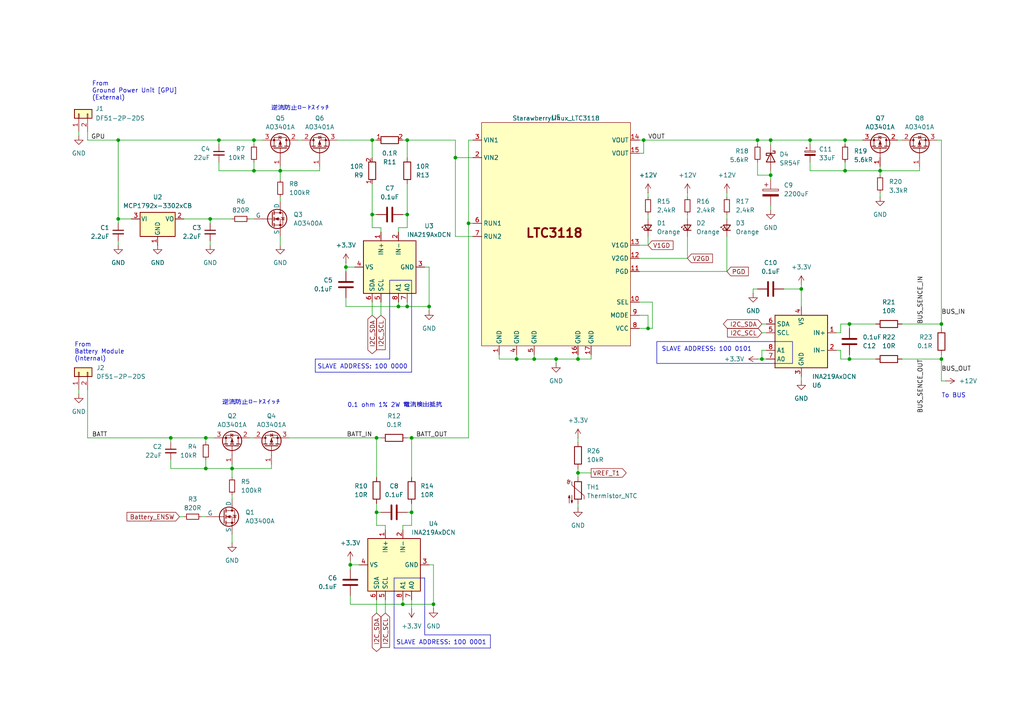
<source format=kicad_sch>
(kicad_sch (version 20250114) (generator "eeschema") (generator_version "9.0")
  (paper "A4")
  (lib_symbols
    (symbol "Connector_Generic:Conn_01x02" (pin_names (offset 1.016) (hide yes))
      (property "Reference" "J" (at 0 2.54 0))
      (property "Value" "Conn_01x02" (at 0 -5.08 0))
      (symbol "Conn_01x02_1_1"
        (pin passive line (at -5.08 0 0) (length 3.81) (name "Pin_1") (number "1"))
        (pin passive line (at -5.08 -2.54 0) (length 3.81) (name "Pin_2") (number "2"))
      )
    )
    (symbol "Device:C" (pin_numbers (hide yes)) (pin_names (offset 0.254))
      (property "Reference" "C" (at 0.635 2.54 0))
      (property "Value" "C" (at 0.635 -2.54 0))
      (symbol "C_1_1"
        (pin passive line (at 0 3.81 270) (length 2.794) (name "~") (number "1"))
        (pin passive line (at 0 -3.81 90) (length 2.794) (name "~") (number "2"))
      )
    )
    (symbol "Device:C_Polarized" (pin_numbers (hide yes)) (pin_names (offset 0.254))
      (property "Reference" "C" (at 0.635 2.54 0))
      (property "Value" "C_Polarized" (at 0.635 -2.54 0))
      (symbol "C_Polarized_1_1"
        (pin passive line (at 0 3.81 270) (length 2.794) (name "~") (number "1"))
        (pin passive line (at 0 -3.81 90) (length 2.794) (name "~") (number "2"))
      )
    )
    (symbol "Device:C_Polarized_Small" (pin_numbers (hide yes)) (pin_names (offset 0.254) (hide yes))
      (property "Reference" "C" (at 0.254 1.778 0))
      (property "Value" "C_Polarized_Small" (at 0.254 -2.032 0))
      (symbol "C_Polarized_Small_1_1"
        (pin passive line (at 0 2.54 270) (length 1.8542) (name "~") (number "1"))
        (pin passive line (at 0 -2.54 90) (length 1.8542) (name "~") (number "2"))
      )
    )
    (symbol "Device:C_Small" (pin_numbers (hide yes)) (pin_names (offset 0.254) (hide yes))
      (property "Reference" "C" (at 0.254 1.778 0))
      (property "Value" "C_Small" (at 0.254 -2.032 0))
      (symbol "C_Small_1_1"
        (pin passive line (at 0 2.54 270) (length 2.032) (name "~") (number "1"))
        (pin passive line (at 0 -2.54 90) (length 2.032) (name "~") (number "2"))
      )
    )
    (symbol "Device:D_Schottky" (pin_numbers (hide yes)) (pin_names (offset 1.016) (hide yes))
      (property "Reference" "D" (at 0 2.54 0))
      (property "Value" "D_Schottky" (at 0 -2.54 0))
      (symbol "D_Schottky_1_1"
        (pin passive line (at -3.81 0 0) (length 2.54) (name "K") (number "1"))
        (pin passive line (at 3.81 0 180) (length 2.54) (name "A") (number "2"))
      )
    )
    (symbol "Device:LED_Small" (pin_numbers (hide yes)) (pin_names (offset 0.254) (hide yes))
      (property "Reference" "D" (at -1.27 3.175 0))
      (property "Value" "LED_Small" (at -4.445 -2.54 0))
      (symbol "LED_Small_1_1"
        (pin passive line (at -2.54 0 0) (length 1.778) (name "K") (number "1"))
        (pin passive line (at 2.54 0 180) (length 1.778) (name "A") (number "2"))
      )
    )
    (symbol "Device:R" (pin_numbers (hide yes)) (pin_names (offset 0))
      (property "Reference" "R" (at 2.032 0 90))
      (property "Value" "R" (at 0 0 90))
      (symbol "R_1_1"
        (pin passive line (at 0 3.81 270) (length 1.27) (name "~") (number "1"))
        (pin passive line (at 0 -3.81 90) (length 1.27) (name "~") (number "2"))
      )
    )
    (symbol "Device:R_Small" (pin_numbers (hide yes)) (pin_names (offset 0.254) (hide yes))
      (property "Reference" "R" (at 0.762 0.508 0))
      (property "Value" "R_Small" (at 0.762 -1.016 0))
      (symbol "R_Small_1_1"
        (pin passive line (at 0 2.54 270) (length 0.762) (name "~") (number "1"))
        (pin passive line (at 0 -2.54 90) (length 0.762) (name "~") (number "2"))
      )
    )
    (symbol "Device:Thermistor_NTC" (pin_numbers (hide yes)) (pin_names (offset 0))
      (property "Reference" "TH" (at -4.445 0 90))
      (property "Value" "Thermistor_NTC" (at 3.175 0 90))
      (symbol "Thermistor_NTC_1_1"
        (pin passive line (at 0 3.81 270) (length 1.27) (name "~") (number "1"))
        (pin passive line (at 0 -3.81 90) (length 1.27) (name "~") (number "2"))
      )
    )
    (symbol "R_1" (pin_names (offset 0))
      (property "Reference" "R" (at 2.032 0 90))
      (property "Value" "R" (at 0 0 90))
      (symbol "R_1_1_1"
        (pin passive line (at 0 3.81 270) (length 1.27) (name "~") (number "1"))
        (pin passive line (at 0 -3.81 90) (length 1.27) (name "~") (number "2"))
      )
    )
    (symbol "R_2" (pin_names (offset 0))
      (property "Reference" "R" (at 2.032 0 90))
      (property "Value" "R" (at 0 0 90))
      (symbol "R_2_1_1"
        (pin passive line (at 0 3.81 270) (length 1.27) (name "~") (number "1"))
        (pin passive line (at 0 -3.81 90) (length 1.27) (name "~") (number "2"))
      )
    )
    (symbol "Regulator_Linear:MCP1792x-3302xCB" (pin_names (offset 0.254))
      (property "Reference" "U" (at -3.81 3.175 0))
      (property "Value" "MCP1792x-3302xCB" (at 0 3.175 0))
      (symbol "MCP1792x-3302xCB_1_1"
        (pin power_in line (at -7.62 0 0) (length 2.54) (name "VI") (number "3"))
        (pin power_in line (at 0 -7.62 90) (length 2.54) (name "GND") (number "1"))
        (pin power_out line (at 7.62 0 180) (length 2.54) (name "VO") (number "2"))
      )
    )
    (symbol "Sensor_Energy:INA219AxDCN"
      (property "Reference" "U" (at -6.35 8.89 0))
      (property "Value" "INA219AxDCN" (at 6.35 8.89 0))
      (symbol "INA219AxDCN_1_1"
        (pin input line (at -10.16 2.54 0) (length 2.54) (name "IN+") (number "1"))
        (pin input line (at -10.16 -2.54 0) (length 2.54) (name "IN-") (number "2"))
        (pin power_in line (at 0 10.16 270) (length 2.54) (name "VS") (number "4"))
        (pin power_in line (at 0 -10.16 90) (length 2.54) (name "GND") (number "3"))
        (pin bidirectional line (at 10.16 5.08 180) (length 2.54) (name "SDA") (number "6"))
        (pin input line (at 10.16 2.54 180) (length 2.54) (name "SCL") (number "5"))
        (pin input line (at 10.16 -2.54 180) (length 2.54) (name "A1") (number "8"))
        (pin input line (at 10.16 -5.08 180) (length 2.54) (name "A0") (number "7"))
      )
    )
    (symbol "Simulation_SPICE:NMOS" (pin_numbers (hide yes)) (pin_names (offset 0))
      (property "Reference" "Q" (at 5.08 1.27 0))
      (property "Value" "NMOS" (at 5.08 -1.27 0))
      (symbol "NMOS_1_1"
        (pin input line (at -5.08 0 0) (length 2.54) (name "G") (number "2"))
        (pin passive line (at 2.54 5.08 270) (length 2.54) (name "D") (number "1"))
        (pin passive line (at 2.54 -5.08 90) (length 2.54) (name "S") (number "3"))
      )
    )
    (symbol "TSRP_IC:StrawberryLinux_LTC3118"
      (property "Reference" "U" (at -20.574 26.162 0))
      (symbol "StrawberryLinux_LTC3118_1_1"
        (text "LTC3118" (at -0.508 -7.874 0) (effects (font (size 2.54 2.54) (thickness 0.508) (bold yes))))
        (pin input line (at -24.13 19.05 0) (length 2.54) (name "VIN1") (number "3"))
        (pin input line (at -24.13 13.97 0) (length 2.54) (name "VIN2") (number "2"))
        (pin input line (at -24.13 -5.08 0) (length 2.54) (name "RUN1") (number "6"))
        (pin input line (at -24.13 -8.89 0) (length 2.54) (name "RUN2") (number "7"))
        (pin input line (at -16.51 -43.18 90) (length 2.54) (name "GND") (number "1"))
        (pin input line (at -11.43 -43.18 90) (length 2.54) (name "GND") (number "4"))
        (pin input line (at -6.35 -43.18 90) (length 2.54) (name "GND") (number "5"))
        (pin output line (at 6.35 -43.18 90) (length 2.54) (name "GND") (number "16"))
        (pin output line (at 10.16 -43.18 90) (length 2.54) (name "GND") (number "17"))
        (pin output line (at 24.13 19.05 180) (length 2.54) (name "VOUT") (number "14"))
        (pin output line (at 24.13 15.24 180) (length 2.54) (name "VOUT") (number "15"))
        (pin output line (at 24.13 -11.43 180) (length 2.54) (name "V1GD") (number "13"))
        (pin output line (at 24.13 -15.24 180) (length 2.54) (name "V2GD") (number "12"))
        (pin output line (at 24.13 -19.05 180) (length 2.54) (name "PGD") (number "11"))
        (pin output line (at 24.13 -27.94 180) (length 2.54) (name "SEL") (number "10"))
        (pin output line (at 24.13 -31.75 180) (length 2.54) (name "MODE") (number "9"))
        (pin output line (at 24.13 -35.56 180) (length 2.54) (name "VCC") (number "8"))
      )
    )
    (symbol "Transistor_FET:QM6015D" (pin_names (hide yes))
      (property "Reference" "Q" (at 5.08 1.905 0))
      (property "Value" "QM6015D" (at 5.08 0 0))
      (symbol "QM6015D_1_1"
        (pin passive line (at -5.08 0 0) (length 2.54) (name "G") (number "1"))
        (pin passive line (at 2.54 5.08 270) (length 2.54) (name "D") (number "2"))
        (pin passive line (at 2.54 -5.08 90) (length 2.54) (name "S") (number "3"))
      )
    )
    (symbol "power:+12V" (power) (pin_numbers (hide yes)) (pin_names (offset 0) (hide yes))
      (property "Value" "+12V" (at 0 3.556 0))
      (symbol "+12V_1_1"
        (pin power_in line (at 0 0 90) (length 0) (name "~") (number "1"))
      )
    )
    (symbol "power:+3.3V" (power) (pin_numbers (hide yes)) (pin_names (offset 0) (hide yes))
      (property "Value" "+3.3V" (at 0 3.556 0))
      (symbol "+3.3V_1_1"
        (pin power_in line (at 0 0 90) (length 0) (name "~") (number "1"))
      )
    )
    (symbol "power:GND" (power) (pin_numbers (hide yes)) (pin_names (offset 0) (hide yes))
      (property "Value" "GND" (at 0 -3.81 0))
      (symbol "GND_1_1"
        (pin power_in line (at 0 0 270) (length 0) (name "~") (number "1"))
      )
    )
  )
  (rectangle (start 190.5 99.06) (end 229.87 105.41))
  (text "逆流防止ロードスイッチ" (at 87.122 31.496 0) (effects (font (size 1.27 1.27))))
  (text "SLAVE ADDRESS: 100 0000" (at 105.156 106.426 0) (effects (font (size 1.27 1.27))))
  (text "From\nGround Power Unit [GPU]\n(External)" (at 26.67 26.416 0) (effects (font (size 1.27 1.27)) (justify left)))
  (text "SLAVE ADDRESS: 100 0101" (at 204.978 101.346 0) (effects (font (size 1.27 1.27))))
  (text "SLAVE ADDRESS: 100 0001" (at 128.016 186.436 0) (effects (font (size 1.27 1.27))))
  (text "逆流防止ロードスイッチ" (at 72.898 116.84 0) (effects (font (size 1.27 1.27))))
  (text "To BUS" (at 276.606 114.808 0) (effects (font (size 1.27 1.27))))
  (text "From\nBattery Module\n(Internal)" (at 21.59 102.108 0) (effects (font (size 1.27 1.27)) (justify left)))
  (text "0.1 ohm 1% 2W 電流検出抵抗" (at 114.554 117.602 0) (effects (font (size 1.27 1.27))))
  (junction (at 246.38 104.14))
  (junction (at 118.11 62.23))
  (junction (at 109.22 148.59))
  (junction (at 187.96 95.25))
  (junction (at 273.05 93.98))
  (junction (at 63.5 40.64))
  (junction (at 59.69 135.89))
  (junction (at 59.69 127))
  (junction (at 119.38 148.59))
  (junction (at 124.46 88.9))
  (junction (at 118.11 40.64))
  (junction (at 67.31 135.89))
  (junction (at 167.64 137.16))
  (junction (at 115.57 88.9))
  (junction (at 34.29 40.64))
  (junction (at 232.41 83.82))
  (junction (at 219.71 40.64))
  (junction (at 220.98 104.14))
  (junction (at 246.38 93.98))
  (junction (at 167.64 104.14))
  (junction (at 101.6 163.83))
  (junction (at 223.52 50.8))
  (junction (at 116.84 175.26))
  (junction (at 125.73 175.26))
  (junction (at 107.95 62.23))
  (junction (at 100.33 77.47))
  (junction (at 73.66 49.53))
  (junction (at 234.95 40.64))
  (junction (at 135.89 64.77))
  (junction (at 154.94 104.14))
  (junction (at 132.08 45.72))
  (junction (at 109.22 127))
  (junction (at 223.52 40.64))
  (junction (at 107.95 40.64))
  (junction (at 186.69 40.64))
  (junction (at 161.29 104.14))
  (junction (at 34.29 63.5))
  (junction (at 81.28 49.53))
  (junction (at 273.05 104.14))
  (junction (at 49.53 127))
  (junction (at 60.96 63.5))
  (junction (at 149.86 104.14))
  (junction (at 119.38 127))
  (junction (at 245.11 40.64))
  (junction (at 118.11 88.9))
  (junction (at 245.11 49.53))
  (junction (at 255.27 49.53))
  (junction (at 73.66 40.64))
  (wire (pts (xy 273.05 110.49) (xy 274.32 110.49)))
  (wire (pts (xy 219.71 40.64) (xy 223.52 40.64)))
  (wire (pts (xy 119.38 127) (xy 119.38 138.43)))
  (wire (pts (xy 63.5 46.99) (xy 63.5 49.53)))
  (wire (pts (xy 118.11 40.64) (xy 118.11 45.72)))
  (wire (pts (xy 266.7 49.53) (xy 255.27 49.53)))
  (wire (pts (xy 124.46 88.9) (xy 124.46 90.17)))
  (wire (pts (xy 187.96 95.25) (xy 189.23 95.25)))
  (wire (pts (xy 220.98 101.6) (xy 222.25 101.6)))
  (wire (pts (xy 81.28 57.15) (xy 81.28 58.42)))
  (wire (pts (xy 73.66 40.64) (xy 76.2 40.64)))
  (wire (pts (xy 255.27 49.53) (xy 245.11 49.53)))
  (wire (pts (xy 78.74 135.89) (xy 67.31 135.89)))
  (wire (pts (xy 118.11 53.34) (xy 118.11 62.23)))
  (wire (pts (xy 124.46 77.47) (xy 124.46 88.9)))
  (wire (pts (xy 227.33 83.82) (xy 232.41 83.82)))
  (wire (pts (xy 185.42 44.45) (xy 186.69 44.45)))
  (wire (pts (xy 60.96 64.77) (xy 60.96 63.5)))
  (wire (pts (xy 100.33 86.36) (xy 100.33 88.9)))
  (wire (pts (xy 273.05 104.14) (xy 273.05 110.49)))
  (wire (pts (xy 109.22 127) (xy 109.22 138.43)))
  (wire (pts (xy 49.53 135.89) (xy 59.69 135.89)))
  (wire (pts (xy 107.95 40.64) (xy 107.95 45.72)))
  (wire (pts (xy 199.39 55.88) (xy 199.39 57.15)))
  (wire (pts (xy 100.33 77.47) (xy 100.33 78.74)))
  (wire (pts (xy 110.49 67.31) (xy 110.49 66.04)))
  (wire (pts (xy 219.71 41.91) (xy 219.71 40.64)))
  (wire (pts (xy 242.57 96.52) (xy 243.84 96.52)))
  (wire (pts (xy 62.23 127) (xy 59.69 127)))
  (wire (pts (xy 81.28 48.26) (xy 81.28 49.53)))
  (wire (pts (xy 149.86 104.14) (xy 154.94 104.14)))
  (wire (pts (xy 218.44 85.09) (xy 218.44 83.82)))
  (wire (pts (xy 222.25 104.14) (xy 220.98 104.14)))
  (wire (pts (xy 132.08 40.64) (xy 132.08 45.72)))
  (wire (pts (xy 210.82 68.58) (xy 210.82 78.74)))
  (wire (pts (xy 273.05 93.98) (xy 273.05 95.25)))
  (wire (pts (xy 53.34 63.5) (xy 60.96 63.5)))
  (wire (pts (xy 101.6 172.72) (xy 101.6 175.26)))
  (wire (pts (xy 132.08 45.72) (xy 132.08 68.58)))
  (wire (pts (xy 34.29 40.64) (xy 34.29 63.5)))
  (wire (pts (xy 58.42 149.86) (xy 59.69 149.86)))
  (wire (pts (xy 185.42 40.64) (xy 186.69 40.64)))
  (wire (pts (xy 118.11 88.9) (xy 124.46 88.9)))
  (wire (pts (xy 119.38 127) (xy 135.89 127)))
  (wire (pts (xy 63.5 41.91) (xy 63.5 40.64)))
  (wire (pts (xy 187.96 91.44) (xy 187.96 95.25)))
  (wire (pts (xy 59.69 135.89) (xy 59.69 133.35)))
  (wire (pts (xy 154.94 102.87) (xy 154.94 104.14)))
  (wire (pts (xy 67.31 135.89) (xy 59.69 135.89)))
  (wire (pts (xy 210.82 55.88) (xy 210.82 57.15)))
  (wire (pts (xy 199.39 62.23) (xy 199.39 63.5)))
  (wire (pts (xy 116.84 175.26) (xy 125.73 175.26)))
  (wire (pts (xy 243.84 101.6) (xy 242.57 101.6)))
  (wire (pts (xy 118.11 62.23) (xy 118.11 66.04)))
  (wire (pts (xy 273.05 102.87) (xy 273.05 104.14)))
  (wire (pts (xy 220.98 104.14) (xy 220.98 101.6)))
  (wire (pts (xy 186.69 44.45) (xy 186.69 40.64)))
  (wire (pts (xy 116.84 153.67) (xy 116.84 152.4)))
  (wire (pts (xy 25.4 40.64) (xy 34.29 40.64)))
  (wire (pts (xy 246.38 102.87) (xy 246.38 104.14)))
  (wire (pts (xy 67.31 143.51) (xy 67.31 144.78)))
  (wire (pts (xy 154.94 104.14) (xy 161.29 104.14)))
  (wire (pts (xy 107.95 40.64) (xy 109.22 40.64)))
  (wire (pts (xy 72.39 63.5) (xy 73.66 63.5)))
  (wire (pts (xy 34.29 63.5) (xy 38.1 63.5)))
  (wire (pts (xy 116.84 173.99) (xy 116.84 175.26)))
  (wire (pts (xy 187.96 68.58) (xy 187.96 71.12)))
  (wire (pts (xy 107.95 62.23) (xy 107.95 66.04)))
  (wire (pts (xy 115.57 66.04) (xy 118.11 66.04)))
  (polyline (pts (xy 91.44 104.14) (xy 113.03 104.14)))
  (polyline (pts (xy 113.03 81.28) (xy 119.38 81.28)))
  (wire (pts (xy 25.4 127) (xy 49.53 127)))
  (wire (pts (xy 167.64 137.16) (xy 171.45 137.16)))
  (wire (pts (xy 223.52 59.69) (xy 223.52 60.96)))
  (polyline (pts (xy 119.38 107.95) (xy 91.44 107.95)))
  (wire (pts (xy 255.27 49.53) (xy 255.27 50.8)))
  (wire (pts (xy 219.71 50.8) (xy 223.52 50.8)))
  (wire (pts (xy 255.27 48.26) (xy 255.27 49.53)))
  (wire (pts (xy 223.52 40.64) (xy 234.95 40.64)))
  (wire (pts (xy 255.27 55.88) (xy 255.27 57.15)))
  (wire (pts (xy 34.29 64.77) (xy 34.29 63.5)))
  (wire (pts (xy 119.38 173.99) (xy 119.38 176.53)))
  (wire (pts (xy 118.11 87.63) (xy 118.11 88.9)))
  (wire (pts (xy 101.6 163.83) (xy 101.6 165.1)))
  (wire (pts (xy 125.73 175.26) (xy 125.73 176.53)))
  (wire (pts (xy 52.07 149.86) (xy 53.34 149.86)))
  (wire (pts (xy 245.11 41.91) (xy 245.11 40.64)))
  (wire (pts (xy 118.11 127) (xy 119.38 127)))
  (wire (pts (xy 73.66 49.53) (xy 81.28 49.53)))
  (wire (pts (xy 63.5 40.64) (xy 73.66 40.64)))
  (wire (pts (xy 167.64 104.14) (xy 171.45 104.14)))
  (wire (pts (xy 234.95 41.91) (xy 234.95 40.64)))
  (wire (pts (xy 60.96 71.12) (xy 60.96 69.85)))
  (polyline (pts (xy 142.24 184.15) (xy 142.24 187.96)))
  (wire (pts (xy 149.86 102.87) (xy 149.86 104.14)))
  (wire (pts (xy 161.29 105.41) (xy 161.29 104.14)))
  (wire (pts (xy 260.35 40.64) (xy 261.62 40.64)))
  (wire (pts (xy 223.52 50.8) (xy 223.52 49.53)))
  (wire (pts (xy 187.96 62.23) (xy 187.96 63.5)))
  (wire (pts (xy 185.42 71.12) (xy 187.96 71.12)))
  (wire (pts (xy 109.22 148.59) (xy 109.22 152.4)))
  (wire (pts (xy 100.33 76.2) (xy 100.33 77.47)))
  (wire (pts (xy 219.71 46.99) (xy 219.71 50.8)))
  (wire (pts (xy 60.96 63.5) (xy 67.31 63.5)))
  (wire (pts (xy 73.66 46.99) (xy 73.66 49.53)))
  (wire (pts (xy 234.95 40.64) (xy 245.11 40.64)))
  (wire (pts (xy 261.62 104.14) (xy 273.05 104.14)))
  (wire (pts (xy 111.76 152.4) (xy 109.22 152.4)))
  (wire (pts (xy 25.4 127) (xy 25.4 113.03)))
  (wire (pts (xy 234.95 49.53) (xy 234.95 46.99)))
  (wire (pts (xy 59.69 127) (xy 59.69 128.27)))
  (wire (pts (xy 220.98 96.52) (xy 222.25 96.52)))
  (wire (pts (xy 109.22 148.59) (xy 110.49 148.59)))
  (wire (pts (xy 67.31 154.94) (xy 67.31 157.48)))
  (wire (pts (xy 49.53 133.35) (xy 49.53 135.89)))
  (wire (pts (xy 111.76 173.99) (xy 111.76 177.8)))
  (wire (pts (xy 100.33 88.9) (xy 115.57 88.9)))
  (wire (pts (xy 110.49 66.04) (xy 107.95 66.04)))
  (wire (pts (xy 223.52 41.91) (xy 223.52 40.64)))
  (wire (pts (xy 101.6 163.83) (xy 104.14 163.83)))
  (wire (pts (xy 246.38 104.14) (xy 243.84 104.14)))
  (wire (pts (xy 243.84 104.14) (xy 243.84 101.6)))
  (wire (pts (xy 72.39 127) (xy 73.66 127)))
  (wire (pts (xy 124.46 163.83) (xy 125.73 163.83)))
  (wire (pts (xy 118.11 62.23) (xy 116.84 62.23)))
  (wire (pts (xy 135.89 64.77) (xy 135.89 127)))
  (wire (pts (xy 187.96 55.88) (xy 187.96 57.15)))
  (wire (pts (xy 116.84 40.64) (xy 118.11 40.64)))
  (wire (pts (xy 115.57 87.63) (xy 115.57 88.9)))
  (wire (pts (xy 81.28 49.53) (xy 92.71 49.53)))
  (wire (pts (xy 185.42 91.44) (xy 187.96 91.44)))
  (wire (pts (xy 78.74 134.62) (xy 78.74 135.89)))
  (wire (pts (xy 185.42 74.93) (xy 199.39 74.93)))
  (polyline (pts (xy 142.24 187.96) (xy 114.3 187.96)))
  (wire (pts (xy 115.57 67.31) (xy 115.57 66.04)))
  (wire (pts (xy 116.84 152.4) (xy 119.38 152.4)))
  (wire (pts (xy 92.71 48.26) (xy 92.71 49.53)))
  (wire (pts (xy 81.28 68.58) (xy 81.28 71.12)))
  (wire (pts (xy 167.64 127) (xy 167.64 128.27)))
  (wire (pts (xy 243.84 96.52) (xy 243.84 93.98)))
  (wire (pts (xy 137.16 68.58) (xy 132.08 68.58)))
  (wire (pts (xy 186.69 40.64) (xy 219.71 40.64)))
  (wire (pts (xy 245.11 49.53) (xy 234.95 49.53)))
  (wire (pts (xy 223.52 50.8) (xy 223.52 52.07)))
  (wire (pts (xy 110.49 87.63) (xy 110.49 91.44)))
  (wire (pts (xy 119.38 146.05) (xy 119.38 148.59)))
  (wire (pts (xy 97.79 40.64) (xy 107.95 40.64)))
  (wire (pts (xy 218.44 83.82) (xy 219.71 83.82)))
  (wire (pts (xy 101.6 175.26) (xy 116.84 175.26)))
  (wire (pts (xy 101.6 162.56) (xy 101.6 163.83)))
  (wire (pts (xy 100.33 77.47) (xy 102.87 77.47)))
  (wire (pts (xy 161.29 104.14) (xy 167.64 104.14)))
  (wire (pts (xy 67.31 134.62) (xy 67.31 135.89)))
  (wire (pts (xy 144.78 104.14) (xy 149.86 104.14)))
  (wire (pts (xy 144.78 102.87) (xy 144.78 104.14)))
  (wire (pts (xy 167.64 137.16) (xy 167.64 138.43)))
  (wire (pts (xy 167.64 146.05) (xy 167.64 147.32)))
  (wire (pts (xy 63.5 49.53) (xy 73.66 49.53)))
  (wire (pts (xy 73.66 41.91) (xy 73.66 40.64)))
  (wire (pts (xy 243.84 93.98) (xy 246.38 93.98)))
  (wire (pts (xy 135.89 64.77) (xy 137.16 64.77)))
  (wire (pts (xy 83.82 127) (xy 109.22 127)))
  (wire (pts (xy 167.64 135.89) (xy 167.64 137.16)))
  (wire (pts (xy 115.57 88.9) (xy 118.11 88.9)))
  (wire (pts (xy 49.53 128.27) (xy 49.53 127)))
  (wire (pts (xy 266.7 48.26) (xy 266.7 49.53)))
  (wire (pts (xy 171.45 104.14) (xy 171.45 102.87)))
  (wire (pts (xy 107.95 62.23) (xy 109.22 62.23)))
  (wire (pts (xy 132.08 45.72) (xy 137.16 45.72)))
  (polyline (pts (xy 123.19 184.15) (xy 142.24 184.15)))
  (wire (pts (xy 123.19 77.47) (xy 124.46 77.47)))
  (wire (pts (xy 189.23 95.25) (xy 189.23 87.63)))
  (polyline (pts (xy 113.03 81.28) (xy 113.03 104.14)))
  (wire (pts (xy 109.22 173.99) (xy 109.22 177.8)))
  (polyline (pts (xy 91.44 107.95) (xy 91.44 104.14)))
  (wire (pts (xy 199.39 74.93) (xy 199.39 68.58)))
  (wire (pts (xy 246.38 93.98) (xy 254 93.98)))
  (wire (pts (xy 135.89 40.64) (xy 135.89 64.77)))
  (polyline (pts (xy 119.38 81.28) (xy 119.38 107.95)))
  (wire (pts (xy 210.82 62.23) (xy 210.82 63.5)))
  (wire (pts (xy 220.98 93.98) (xy 222.25 93.98)))
  (wire (pts (xy 232.41 83.82) (xy 232.41 82.55)))
  (wire (pts (xy 107.95 87.63) (xy 107.95 91.44)))
  (wire (pts (xy 167.64 102.87) (xy 167.64 104.14)))
  (wire (pts (xy 34.29 40.64) (xy 63.5 40.64)))
  (wire (pts (xy 107.95 53.34) (xy 107.95 62.23)))
  (wire (pts (xy 22.86 38.1) (xy 22.86 39.37)))
  (wire (pts (xy 189.23 87.63) (xy 185.42 87.63)))
  (wire (pts (xy 119.38 148.59) (xy 118.11 148.59)))
  (wire (pts (xy 86.36 40.64) (xy 87.63 40.64)))
  (wire (pts (xy 210.82 78.74) (xy 185.42 78.74)))
  (wire (pts (xy 271.78 40.64) (xy 273.05 40.64)))
  (wire (pts (xy 273.05 40.64) (xy 273.05 93.98)))
  (wire (pts (xy 254 104.14) (xy 246.38 104.14)))
  (wire (pts (xy 135.89 40.64) (xy 137.16 40.64)))
  (wire (pts (xy 185.42 95.25) (xy 187.96 95.25)))
  (wire (pts (xy 119.38 148.59) (xy 119.38 152.4)))
  (wire (pts (xy 125.73 163.83) (xy 125.73 175.26)))
  (wire (pts (xy 49.53 127) (xy 59.69 127)))
  (wire (pts (xy 219.71 104.14) (xy 220.98 104.14)))
  (polyline (pts (xy 114.3 167.64) (xy 123.19 167.64)))
  (wire (pts (xy 245.11 46.99) (xy 245.11 49.53)))
  (wire (pts (xy 25.4 38.1) (xy 25.4 40.64)))
  (wire (pts (xy 245.11 40.64) (xy 250.19 40.64)))
  (wire (pts (xy 67.31 135.89) (xy 67.31 138.43)))
  (wire (pts (xy 118.11 40.64) (xy 132.08 40.64)))
  (wire (pts (xy 109.22 127) (xy 110.49 127)))
  (wire (pts (xy 232.41 109.22) (xy 232.41 110.49)))
  (wire (pts (xy 34.29 71.12) (xy 34.29 69.85)))
  (wire (pts (xy 22.86 113.03) (xy 22.86 114.3)))
  (wire (pts (xy 232.41 83.82) (xy 232.41 88.9)))
  (polyline (pts (xy 123.19 167.64) (xy 123.19 184.15)))
  (wire (pts (xy 246.38 93.98) (xy 246.38 95.25)))
  (wire (pts (xy 81.28 49.53) (xy 81.28 52.07)))
  (polyline (pts (xy 114.3 167.64) (xy 114.3 187.96)))
  (wire (pts (xy 111.76 153.67) (xy 111.76 152.4)))
  (wire (pts (xy 109.22 146.05) (xy 109.22 148.59)))
  (wire (pts (xy 261.62 93.98) (xy 273.05 93.98)))
  (label "BATT" (at 26.67 127 0))
  (label "BUS_OUT" (at 273.05 107.95 0))
  (label "BUS_SENCE_IN" (at 267.97 93.98 90))
  (label "BUS_IN" (at 273.05 91.44 0))
  (label "BATT_OUT" (at 120.65 127 0))
  (label "BATT_IN" (at 107.95 127 180))
  (label "BUS_SENCE_OUT" (at 267.97 104.14 270))
  (label "VOUT" (at 187.96 40.64 0))
  (label "GPU" (at 30.48 40.64 180))
  (global_label "I2C_SDA" (shape bidirectional) (at 109.22 177.8 270) (property "Intersheetrefs" "${INTERSHEET_REFS}" (effects (hide yes))))
  (global_label "I2C_SDA" (shape bidirectional) (at 107.95 91.44 270) (property "Intersheetrefs" "${INTERSHEET_REFS}" (effects (hide yes))))
  (global_label "Battery_ENSW" (shape input) (at 52.07 149.86 180) (property "Intersheetrefs" "${INTERSHEET_REFS}" (effects (hide yes))))
  (global_label "I2C_SCL" (shape input) (at 110.49 91.44 270) (property "Intersheetrefs" "${INTERSHEET_REFS}" (effects (hide yes))))
  (global_label "I2C_SCL" (shape input) (at 111.76 177.8 270) (property "Intersheetrefs" "${INTERSHEET_REFS}" (effects (hide yes))))
  (global_label "I2C_SDA" (shape bidirectional) (at 220.98 93.98 180) (property "Intersheetrefs" "${INTERSHEET_REFS}" (effects (hide yes))))
  (global_label "V1GD" (shape input) (at 187.96 71.12 0) (property "Intersheetrefs" "${INTERSHEET_REFS}" (effects (hide yes))))
  (global_label "VREF_T1" (shape output) (at 171.45 137.16 0) (property "Intersheetrefs" "${INTERSHEET_REFS}" (effects (hide yes))))
  (global_label "I2C_SCL" (shape input) (at 220.98 96.52 180) (property "Intersheetrefs" "${INTERSHEET_REFS}" (effects (hide yes))))
  (global_label "V2GD" (shape input) (at 199.39 74.93 0) (property "Intersheetrefs" "${INTERSHEET_REFS}" (effects (hide yes))))
  (global_label "PGD" (shape input) (at 210.82 78.74 0) (property "Intersheetrefs" "${INTERSHEET_REFS}" (effects (hide yes))))
  (symbol (lib_id "Transistor_FET:QM6015D") (at 67.31 129.54 270) (mirror x) (unit 1)
    (property "Reference" "Q2" (at 67.31 120.65 90))
    (property "Value" "AO3401A" (at 67.31 123.19 90))
    (property "Footprint" "Package_TO_SOT_SMD:SOT-23_Handsoldering" (effects (hide yes)))
    (property "Datasheet" "https://akizukidenshi.com/catalog/g/gI-14654/" (effects (hide yes)))
  )
  (symbol (lib_id "Device:C_Small") (at 63.5 44.45 0) (mirror y) (unit 1)
    (property "Reference" "C4" (at 60.96 43.1862 0) (effects (justify left)))
    (property "Value" "22uF" (at 60.96 45.7262 0) (effects (justify left)))
    (property "Footprint" "Capacitor_SMD:C_0805_2012Metric_Pad1.18x1.45mm_HandSolder" (effects (hide yes)))
    (property "Description" "Unpolarized capacitor, small symbol" (effects (hide yes)))
  )
  (symbol (lib_id "Device:R") (at 257.81 104.14 270) (mirror x) (unit 1)
    (property "Reference" "R22" (at 257.81 97.79 90))
    (property "Value" "10R" (at 257.81 100.33 90))
    (property "Footprint" "Resistor_SMD:R_0603_1608Metric_Pad0.98x0.95mm_HandSolder" (effects (hide yes)))
    (property "Description" "Resistor" (effects (hide yes)))
  )
  (symbol (lib_id "Device:LED_Small") (at 187.96 66.04 90) (unit 1)
    (property "Reference" "D1" (at 190.5 64.7064 90) (effects (justify right)))
    (property "Value" "Orange" (at 190.5 67.2464 90) (effects (justify right)))
    (property "Footprint" "LED_SMD:LED_0603_1608Metric_Pad1.05x0.95mm_HandSolder" (effects (hide yes)))
    (property "Datasheet" "https://akizukidenshi.com/catalog/g/g130072/" (effects (hide yes)))
    (property "Description" "Light emitting diode, small symbol" (effects (hide yes)))
    (property "Sim.Pin" "1=K 2=A" (effects (hide yes)))
  )
  (symbol (lib_id "Simulation_SPICE:NMOS") (at 64.77 149.86 0) (unit 1)
    (property "Reference" "Q1" (at 71.12 148.5899 0) (effects (justify left)))
    (property "Value" "AO3400A" (at 71.12 151.1299 0) (effects (justify left)))
    (property "Footprint" "Package_TO_SOT_SMD:SOT-23_Handsoldering" (effects (hide yes)))
    (property "Datasheet" "https://akizukidenshi.com/catalog/g/g114653/" (effects (hide yes)))
    (property "Description" "N-MOSFET transistor, drain/source/gate" (effects (hide yes)))
    (property "Sim.Device" "NMOS" (effects (hide yes)))
    (property "Sim.Type" "VDMOS" (effects (hide yes)))
    (property "Sim.Pins" "1=D 2=G 3=S" (effects (hide yes)))
  )
  (symbol (lib_id "Sensor_Energy:INA219AxDCN") (at 114.3 163.83 90) (mirror x) (unit 1)
    (property "Reference" "U4" (at 125.73 151.892 90))
    (property "Value" "INA219AxDCN" (at 125.73 154.432 90))
    (property "Footprint" "Package_TO_SOT_SMD:SOT-23-8" (effects (hide yes)))
    (property "Datasheet" "http://www.ti.com/lit/ds/symlink/ina219.pdf" (effects (hide yes)))
    (property "Description" "Zero-Drift, Bidirectional Current/Power Monitor (0-26V) With I2C Interface, SOT-23-8" (effects (hide yes)))
  )
  (symbol (lib_id "Device:C") (at 113.03 62.23 90) (mirror x) (unit 1)
    (property "Reference" "C7" (at 113.03 54.61 90))
    (property "Value" "0.1uF" (at 113.03 57.15 90))
    (property "Footprint" "Capacitor_SMD:C_0603_1608Metric_Pad1.08x0.95mm_HandSolder" (effects (hide yes)))
    (property "Description" "Unpolarized capacitor" (effects (hide yes)))
  )
  (symbol (lib_id "Device:Thermistor_NTC") (at 167.64 142.24 0) (unit 1)
    (property "Reference" "TH1" (at 170.18 141.2874 0) (effects (justify left)))
    (property "Value" "Thermistor_NTC" (at 170.18 143.8274 0) (effects (justify left)))
    (property "Datasheet" "https://akizukidenshi.com/catalog/g/g105251/" (effects (hide yes)))
    (property "Description" "Temperature dependent resistor, negative temperature coefficient" (effects (hide yes)))
  )
  (symbol (lib_id "Device:R_Small") (at 73.66 44.45 0) (mirror y) (unit 1)
    (property "Reference" "R7" (at 71.12 43.1799 0) (effects (justify left)))
    (property "Value" "10kR" (at 71.12 45.7199 0) (effects (justify left)))
    (property "Footprint" "Resistor_SMD:R_0603_1608Metric_Pad0.98x0.95mm_HandSolder" (effects (hide yes)))
    (property "Description" "Resistor, small symbol" (effects (hide yes)))
  )
  (symbol (lib_id "Device:C") (at 223.52 83.82 90) (unit 1)
    (property "Reference" "C10" (at 223.52 76.2 90))
    (property "Value" "0.1uF" (at 223.52 78.74 90))
    (property "Footprint" "Capacitor_SMD:C_0603_1608Metric_Pad1.08x0.95mm_HandSolder" (effects (hide yes)))
    (property "Description" "Unpolarized capacitor" (effects (hide yes)))
  )
  (symbol (lib_id "Device:R") (at 118.11 49.53 0) (mirror y) (unit 1)
    (property "Reference" "R13" (at 120.65 50.8001 0) (effects (justify right)))
    (property "Value" "10R" (at 120.65 48.2601 0) (effects (justify right)))
    (property "Footprint" "Resistor_SMD:R_0603_1608Metric_Pad0.98x0.95mm_HandSolder" (effects (hide yes)))
    (property "Description" "Resistor" (effects (hide yes)))
  )
  (symbol (lib_id "Device:C_Small") (at 49.53 130.81 0) (mirror y) (unit 1)
    (property "Reference" "C2" (at 46.99 129.5462 0) (effects (justify left)))
    (property "Value" "22uF" (at 46.99 132.0862 0) (effects (justify left)))
    (property "Footprint" "Capacitor_SMD:C_0805_2012Metric_Pad1.18x1.45mm_HandSolder" (effects (hide yes)))
    (property "Description" "Unpolarized capacitor, small symbol" (effects (hide yes)))
  )
  (symbol (lib_id "Device:R_Small") (at 59.69 130.81 0) (mirror y) (unit 1)
    (property "Reference" "R4" (at 57.15 129.5399 0) (effects (justify left)))
    (property "Value" "10kR" (at 57.15 132.0799 0) (effects (justify left)))
    (property "Footprint" "Resistor_SMD:R_0603_1608Metric_Pad0.98x0.95mm_HandSolder" (effects (hide yes)))
    (property "Description" "Resistor, small symbol" (effects (hide yes)))
  )
  (symbol (lib_id "Sensor_Energy:INA219AxDCN") (at 232.41 99.06 0) (mirror y) (unit 1)
    (property "Reference" "U6" (at 235.5281 111.76 0) (effects (justify right)))
    (property "Value" "INA219AxDCN" (at 235.5281 109.22 0) (effects (justify right)))
    (property "Footprint" "Package_TO_SOT_SMD:SOT-23-8" (effects (hide yes)))
    (property "Datasheet" "http://www.ti.com/lit/ds/symlink/ina219.pdf" (effects (hide yes)))
    (property "Description" "Zero-Drift, Bidirectional Current/Power Monitor (0-26V) With I2C Interface, SOT-23-8" (effects (hide yes)))
  )
  (symbol (lib_id "power:GND") (at 161.29 105.41 0) (unit 1)
    (property "Reference" "#PWR018" (effects (hide yes)))
    (property "Value" "GND" (at 161.29 110.49 0))
    (property "Description" "Power symbol creates a global label with name \"GND\" , ground" (effects (hide yes)))
  )
  (symbol (lib_id "power:GND") (at 45.72 71.12 0) (unit 1)
    (property "Reference" "#PWR09" (effects (hide yes)))
    (property "Value" "GND" (at 45.72 76.2 0))
    (property "Description" "Power symbol creates a global label with name \"GND\" , ground" (effects (hide yes)))
  )
  (symbol (lib_id "Device:C_Small") (at 60.96 67.31 0) (mirror y) (unit 1)
    (property "Reference" "C3" (at 58.42 66.0462 0) (effects (justify left)))
    (property "Value" "2.2uF" (at 58.42 68.5862 0) (effects (justify left)))
    (property "Footprint" "Capacitor_SMD:C_0603_1608Metric_Pad1.08x0.95mm_HandSolder" (effects (hide yes)))
    (property "Description" "Unpolarized capacitor, small symbol" (effects (hide yes)))
  )
  (symbol (lib_id "Device:R_Small") (at 67.31 140.97 0) (unit 1)
    (property "Reference" "R5" (at 69.85 139.6999 0) (effects (justify left)))
    (property "Value" "100kR" (at 69.85 142.2399 0) (effects (justify left)))
    (property "Footprint" "Resistor_SMD:R_0603_1608Metric_Pad0.98x0.95mm_HandSolder" (effects (hide yes)))
    (property "Description" "Resistor, small symbol" (effects (hide yes)))
  )
  (symbol (lib_id "Device:R") (at 273.05 99.06 0) (mirror x) (unit 1)
    (property "Reference" "R23" (at 270.51 97.7899 0) (effects (justify right)))
    (property "Value" "0.1R" (at 270.51 100.3299 0) (effects (justify right)))
    (property "Footprint" "Resistor_SMD:R_2816_7142Metric_Pad3.20x4.45mm_HandSolder" (effects (hide yes)))
    (property "Description" "Resistor" (effects (hide yes)))
  )
  (symbol (lib_id "Device:R") (at 114.3 127 90) (mirror x) (unit 1)
    (property "Reference" "R12" (at 114.3 120.65 90))
    (property "Value" "0.1R" (at 114.3 123.19 90))
    (property "Footprint" "Resistor_SMD:R_2816_7142Metric_Pad3.20x4.45mm_HandSolder" (effects (hide yes)))
    (property "Description" "Resistor" (effects (hide yes)))
  )
  (symbol (lib_id "Device:R_Small") (at 210.82 59.69 0) (unit 1)
    (property "Reference" "R17" (at 213.36 58.4199 0) (effects (justify left)))
    (property "Value" "2.4kR" (at 213.36 60.9599 0) (effects (justify left)))
    (property "Footprint" "Resistor_SMD:R_0603_1608Metric_Pad0.98x0.95mm_HandSolder" (effects (hide yes)))
    (property "Description" "Resistor, small symbol" (effects (hide yes)))
  )
  (symbol (lib_id "power:+12V") (at 187.96 55.88 0) (unit 1)
    (property "Reference" "#PWR019" (effects (hide yes)))
    (property "Value" "+12V" (at 187.96 50.8 0))
    (property "Description" "Power symbol creates a global label with name \"+12V\"" (effects (hide yes)))
  )
  (symbol (lib_id "Device:R_Small") (at 255.27 53.34 0) (unit 1)
    (property "Reference" "R20" (at 257.81 52.705 0) (effects (justify left)))
    (property "Value" "3.3kR" (at 257.81 55.245 0) (effects (justify left)))
    (property "Footprint" "Resistor_SMD:R_0603_1608Metric_Pad0.98x0.95mm_HandSolder" (effects (hide yes)))
  )
  (symbol (lib_id "Device:R_Small") (at 245.11 44.45 0) (unit 1)
    (property "Reference" "R19" (at 247.65 43.815 0) (effects (justify left)))
    (property "Value" "5.6kR" (at 247.65 46.355 0) (effects (justify left)))
    (property "Footprint" "Resistor_SMD:R_0603_1608Metric_Pad0.98x0.95mm_HandSolder" (effects (hide yes)))
  )
  (symbol (lib_id "power:+3.3V") (at 101.6 162.56 0) (unit 1)
    (property "Reference" "#PWR014" (effects (hide yes)))
    (property "Value" "+3.3V" (at 101.6 157.48 0))
    (property "Description" "Power symbol creates a global label with name \"+3.3V\"" (effects (hide yes)))
  )
  (symbol (lib_id "Sensor_Energy:INA219AxDCN") (at 113.03 77.47 90) (mirror x) (unit 1)
    (property "Reference" "U3" (at 124.46 65.532 90))
    (property "Value" "INA219AxDCN" (at 124.46 68.072 90))
    (property "Footprint" "Package_TO_SOT_SMD:SOT-23-8" (effects (hide yes)))
    (property "Datasheet" "http://www.ti.com/lit/ds/symlink/ina219.pdf" (effects (hide yes)))
    (property "Description" "Zero-Drift, Bidirectional Current/Power Monitor (0-26V) With I2C Interface, SOT-23-8" (effects (hide yes)))
  )
  (symbol (lib_id "Transistor_FET:QM6015D") (at 81.28 43.18 270) (mirror x) (unit 1)
    (property "Reference" "Q5" (at 81.28 34.29 90))
    (property "Value" "AO3401A" (at 81.28 36.83 90))
    (property "Footprint" "Package_TO_SOT_SMD:SOT-23_Handsoldering" (effects (hide yes)))
    (property "Datasheet" "https://akizukidenshi.com/catalog/g/gI-14654/" (effects (hide yes)))
  )
  (symbol (lib_id "Connector_Generic:Conn_01x02") (at 22.86 107.95 90) (unit 1)
    (property "Reference" "J2" (at 27.94 106.6799 90) (effects (justify right)))
    (property "Value" "DF51-2P-2DS" (at 27.94 109.2199 90) (effects (justify right)))
    (property "Footprint" "TSRP_Connector_Hirose:DF51-2P-2DS" (effects (hide yes)))
  )
  (symbol (lib_id "power:GND") (at 255.27 57.15 0) (unit 1)
    (property "Reference" "#PWR027" (effects (hide yes)))
    (property "Value" "GND" (at 255.27 62.23 0))
    (property "Description" "Power symbol creates a global label with name \"GND\" , ground" (effects (hide yes)))
  )
  (symbol (lib_id "Regulator_Linear:MCP1792x-3302xCB") (at 45.72 63.5 0) (unit 1)
    (property "Reference" "U2" (at 45.72 57.15 0))
    (property "Value" "MCP1792x-3302xCB" (at 45.72 59.69 0))
    (property "Footprint" "Package_TO_SOT_SMD:SOT-23_Handsoldering" (effects (hide yes)))
    (property "Datasheet" "https://ww1.microchip.com/downloads/aemDocuments/documents/APID/ProductDocuments/DataSheets/MCP1792-Family-Data-Sheet-DS20006229D.pdf" (effects (hide yes)))
    (property "Description" "100mA Low Quiscent Current LDO, 4.5-55V input, 3.3V output, SOT-23" (effects (hide yes)))
  )
  (symbol (lib_id "Device:C_Small") (at 34.29 67.31 0) (mirror y) (unit 1)
    (property "Reference" "C1" (at 31.75 66.0462 0) (effects (justify left)))
    (property "Value" "2.2uF" (at 31.75 68.5862 0) (effects (justify left)))
    (property "Footprint" "Capacitor_SMD:C_0603_1608Metric_Pad1.08x0.95mm_HandSolder" (effects (hide yes)))
    (property "Description" "Unpolarized capacitor, small symbol" (effects (hide yes)))
  )
  (symbol (lib_id "power:+3.3V") (at 219.71 104.14 90) (unit 1)
    (property "Reference" "#PWR023" (effects (hide yes)))
    (property "Value" "+3.3V" (at 215.9 104.1399 90) (effects (justify left)))
    (property "Description" "Power symbol creates a global label with name \"+3.3V\"" (effects (hide yes)))
  )
  (symbol (lib_id "Device:R_Small") (at 55.88 149.86 90) (unit 1)
    (property "Reference" "R3" (at 55.88 144.78 90))
    (property "Value" "820R" (at 55.88 147.32 90))
    (property "Footprint" "Resistor_SMD:R_0603_1608Metric_Pad0.98x0.95mm_HandSolder" (effects (hide yes)))
    (property "Description" "Resistor, small symbol" (effects (hide yes)))
  )
  (symbol (lib_id "TSRP_IC:StrawberryLinux_LTC3118") (at 161.29 59.69 0) (unit 1)
    (property "Reference" "U5" (at 161.29 34.036 0))
    (property "Value" "StarawberryLinux_LTC3118" (at 161.29 34.29 0))
    (property "Footprint" "TSRP_IC:StrawberryLinux_LTC3118" (effects (hide yes)))
    (property "Datasheet" "https://strawberry-linux.com/catalog/items?code=13118" (effects (hide yes)))
  )
  (symbol (lib_id "power:GND") (at 167.64 147.32 0) (unit 1)
    (property "Reference" "#PWR050" (effects (hide yes)))
    (property "Value" "GND" (at 167.64 152.4 0))
    (property "Description" "Power symbol creates a global label with name \"GND\" , ground" (effects (hide yes)))
  )
  (symbol (lib_id "Device:D_Schottky") (at 223.52 45.72 270) (unit 1)
    (property "Reference" "D4" (at 226.06 44.7675 90) (effects (justify left)))
    (property "Value" "SR54F" (at 226.06 47.3075 90) (effects (justify left)))
    (property "Footprint" "Diode_SMD:D_SMB_Handsoldering" (effects (hide yes)))
    (property "Datasheet" "https://akizukidenshi.com/catalog/g/gI-06125/" (effects (hide yes)))
  )
  (symbol (lib_id "Device:R_Small") (at 81.28 54.61 0) (unit 1)
    (property "Reference" "R8" (at 83.82 53.3399 0) (effects (justify left)))
    (property "Value" "100kR" (at 83.82 55.8799 0) (effects (justify left)))
    (property "Footprint" "Resistor_SMD:R_0603_1608Metric_Pad0.98x0.95mm_HandSolder" (effects (hide yes)))
    (property "Description" "Resistor, small symbol" (effects (hide yes)))
  )
  (symbol (lib_id "Transistor_FET:QM6015D") (at 266.7 43.18 90) (unit 1)
    (property "Reference" "Q8" (at 266.7 34.29 90))
    (property "Value" "AO3401A" (at 266.7 36.83 90))
    (property "Footprint" "Package_TO_SOT_SMD:SOT-23_Handsoldering" (effects (hide yes)))
    (property "Datasheet" "https://akizukidenshi.com/catalog/g/gI-14654/" (effects (hide yes)))
  )
  (symbol (lib_id "power:+12V") (at 274.32 110.49 270) (unit 1)
    (property "Reference" "#PWR028" (effects (hide yes)))
    (property "Value" "+12V" (at 278.13 110.4899 90) (effects (justify left)))
    (property "Description" "Power symbol creates a global label with name \"+12V\"" (effects (hide yes)))
  )
  (symbol (lib_id "power:GND") (at 232.41 110.49 0) (unit 1)
    (property "Reference" "#PWR026" (effects (hide yes)))
    (property "Value" "GND" (at 232.41 115.57 0))
    (property "Description" "Power symbol creates a global label with name \"GND\" , ground" (effects (hide yes)))
  )
  (symbol (lib_id "Device:LED_Small") (at 199.39 66.04 90) (unit 1)
    (property "Reference" "D2" (at 201.93 64.7064 90) (effects (justify right)))
    (property "Value" "Orange" (at 201.93 67.2464 90) (effects (justify right)))
    (property "Footprint" "LED_SMD:LED_0603_1608Metric_Pad1.05x0.95mm_HandSolder" (effects (hide yes)))
    (property "Datasheet" "https://akizukidenshi.com/catalog/g/g130072/" (effects (hide yes)))
    (property "Description" "Light emitting diode, small symbol" (effects (hide yes)))
    (property "Sim.Pin" "1=K 2=A" (effects (hide yes)))
  )
  (symbol (lib_id "Device:C") (at 114.3 148.59 90) (unit 1)
    (property "Reference" "C8" (at 114.3 140.97 90))
    (property "Value" "0.1uF" (at 114.3 143.51 90))
    (property "Footprint" "Capacitor_SMD:C_0603_1608Metric_Pad1.08x0.95mm_HandSolder" (effects (hide yes)))
    (property "Description" "Unpolarized capacitor" (effects (hide yes)))
  )
  (symbol (lib_id "power:+3.3V") (at 232.41 82.55 0) (unit 1)
    (property "Reference" "#PWR025" (effects (hide yes)))
    (property "Value" "+3.3V" (at 232.41 77.47 0))
    (property "Description" "Power symbol creates a global label with name \"+3.3V\"" (effects (hide yes)))
  )
  (symbol (lib_id "power:GND") (at 81.28 71.12 0) (unit 1)
    (property "Reference" "#PWR012" (effects (hide yes)))
    (property "Value" "GND" (at 81.28 76.2 0))
    (property "Description" "Power symbol creates a global label with name \"GND\" , ground" (effects (hide yes)))
  )
  (symbol (lib_id "Transistor_FET:QM6015D") (at 78.74 129.54 90) (unit 1)
    (property "Reference" "Q4" (at 78.74 120.65 90))
    (property "Value" "AO3401A" (at 78.74 123.19 90))
    (property "Footprint" "Package_TO_SOT_SMD:SOT-23_Handsoldering" (effects (hide yes)))
    (property "Datasheet" "https://akizukidenshi.com/catalog/g/gI-14654/" (effects (hide yes)))
  )
  (symbol (lib_id "Device:R_Small") (at 187.96 59.69 0) (unit 1)
    (property "Reference" "R15" (at 190.5 58.4199 0) (effects (justify left)))
    (property "Value" "2.4kR" (at 190.5 60.9599 0) (effects (justify left)))
    (property "Footprint" "Resistor_SMD:R_0603_1608Metric_Pad0.98x0.95mm_HandSolder" (effects (hide yes)))
    (property "Description" "Resistor, small symbol" (effects (hide yes)))
  )
  (symbol (lib_id "Device:C") (at 100.33 82.55 0) (mirror y) (unit 1)
    (property "Reference" "C5" (at 96.52 81.2799 0) (effects (justify left)))
    (property "Value" "0.1uF" (at 96.52 83.8199 0) (effects (justify left)))
    (property "Footprint" "Capacitor_SMD:C_0603_1608Metric_Pad1.08x0.95mm_HandSolder" (effects (hide yes)))
    (property "Description" "Unpolarized capacitor" (effects (hide yes)))
  )
  (symbol (lib_id "Device:C_Polarized") (at 223.52 55.88 0) (unit 1)
    (property "Reference" "C9" (at 227.33 53.7209 0) (effects (justify left)))
    (property "Value" "2200uF" (at 227.33 56.2609 0) (effects (justify left)))
    (property "Footprint" "Capacitor_THT:CP_Radial_D18.0mm_P7.50mm" (effects (hide yes)))
    (property "Datasheet" "https://akizukidenshi.com/catalog/g/g108427/" (effects (hide yes)))
    (property "Description" "Polarized capacitor" (effects (hide yes)))
  )
  (symbol (lib_id "power:+12V") (at 210.82 55.88 0) (unit 1)
    (property "Reference" "#PWR021" (effects (hide yes)))
    (property "Value" "+12V" (at 210.82 50.8 0))
    (property "Description" "Power symbol creates a global label with name \"+12V\"" (effects (hide yes)))
  )
  (symbol (lib_id "Device:R") (at 119.38 142.24 0) (unit 1)
    (property "Reference" "R14" (at 121.92 140.9699 0) (effects (justify left)))
    (property "Value" "10R" (at 121.92 143.5099 0) (effects (justify left)))
    (property "Footprint" "Resistor_SMD:R_0603_1608Metric_Pad0.98x0.95mm_HandSolder" (effects (hide yes)))
    (property "Description" "Resistor" (effects (hide yes)))
  )
  (symbol (lib_id "power:+12V") (at 199.39 55.88 0) (unit 1)
    (property "Reference" "#PWR020" (effects (hide yes)))
    (property "Value" "+12V" (at 199.39 50.8 0))
    (property "Description" "Power symbol creates a global label with name \"+12V\"" (effects (hide yes)))
  )
  (symbol (lib_id "Device:R_Small") (at 69.85 63.5 90) (unit 1)
    (property "Reference" "R6" (at 69.85 58.42 90))
    (property "Value" "820R" (at 69.85 60.96 90))
    (property "Footprint" "Resistor_SMD:R_0603_1608Metric_Pad0.98x0.95mm_HandSolder" (effects (hide yes)))
    (property "Description" "Resistor, small symbol" (effects (hide yes)))
  )
  (symbol (lib_id "power:GND") (at 34.29 71.12 0) (unit 1)
    (property "Reference" "#PWR08" (effects (hide yes)))
    (property "Value" "GND" (at 34.29 76.2 0))
    (property "Description" "Power symbol creates a global label with name \"GND\" , ground" (effects (hide yes)))
  )
  (symbol (lib_id "Device:C_Polarized_Small") (at 234.95 44.45 0) (unit 1)
    (property "Reference" "C11" (at 237.49 43.2689 0) (effects (justify left)))
    (property "Value" "33uF" (at 237.49 45.8089 0) (effects (justify left)))
    (property "Footprint" "Capacitor_SMD:CP_Elec_6.3x5.9" (effects (hide yes)))
    (property "Datasheet" "https://akizukidenshi.com/catalog/g/gP-16749/" (effects (hide yes)))
  )
  (symbol (lib_id "Device:R_Small") (at 199.39 59.69 0) (unit 1)
    (property "Reference" "R16" (at 201.93 58.4199 0) (effects (justify left)))
    (property "Value" "2.4kR" (at 201.93 60.9599 0) (effects (justify left)))
    (property "Footprint" "Resistor_SMD:R_0603_1608Metric_Pad0.98x0.95mm_HandSolder" (effects (hide yes)))
    (property "Description" "Resistor, small symbol" (effects (hide yes)))
  )
  (symbol (lib_id "Simulation_SPICE:NMOS") (at 78.74 63.5 0) (unit 1)
    (property "Reference" "Q3" (at 85.09 62.2299 0) (effects (justify left)))
    (property "Value" "AO3400A" (at 85.09 64.7699 0) (effects (justify left)))
    (property "Footprint" "Package_TO_SOT_SMD:SOT-23_Handsoldering" (effects (hide yes)))
    (property "Datasheet" "https://akizukidenshi.com/catalog/g/g114653/" (effects (hide yes)))
    (property "Description" "N-MOSFET transistor, drain/source/gate" (effects (hide yes)))
    (property "Sim.Device" "NMOS" (effects (hide yes)))
    (property "Sim.Type" "VDMOS" (effects (hide yes)))
    (property "Sim.Pins" "1=D 2=G 3=S" (effects (hide yes)))
  )
  (symbol (lib_name "R_2") (lib_id "Device:R") (at 107.95 49.53 180) (unit 1)
    (property "Reference" "R9" (at 105.41 50.8001 0) (effects (justify left)))
    (property "Value" "10R" (at 105.41 48.2601 0) (effects (justify left)))
    (property "Footprint" "Resistor_SMD:R_0603_1608Metric_Pad0.98x0.95mm_HandSolder" (effects (hide yes)))
    (property "Description" "Resistor" (effects (hide yes)))
  )
  (symbol (lib_id "power:+3.3V") (at 167.64 127 0) (unit 1)
    (property "Reference" "#PWR044" (effects (hide yes)))
    (property "Value" "+3.3V" (at 167.64 121.92 0))
    (property "Description" "Power symbol creates a global label with name \"+3.3V\"" (effects (hide yes)))
  )
  (symbol (lib_id "power:+3.3V") (at 100.33 76.2 0) (unit 1)
    (property "Reference" "#PWR013" (effects (hide yes)))
    (property "Value" "+3.3V" (at 100.33 71.12 0))
    (property "Description" "Power symbol creates a global label with name \"+3.3V\"" (effects (hide yes)))
  )
  (symbol (lib_id "Connector_Generic:Conn_01x02") (at 22.86 33.02 90) (unit 1)
    (property "Reference" "J1" (at 27.686 31.496 90) (effects (justify right)))
    (property "Value" "DF51-2P-2DS" (at 27.686 34.29 90) (effects (justify right)))
    (property "Footprint" "TSRP_Connector_Hirose:DF51-2P-2DS" (effects (hide yes)))
  )
  (symbol (lib_name "R_1") (lib_id "Device:R") (at 113.03 40.64 90) (unit 1)
    (property "Reference" "R11" (at 113.03 46.99 90))
    (property "Value" "0.1R" (at 113.03 44.45 90))
    (property "Footprint" "Resistor_SMD:R_2816_7142Metric_Pad3.20x4.45mm_HandSolder" (effects (hide yes)))
    (property "Description" "Resistor" (effects (hide yes)))
  )
  (symbol (lib_id "Device:R") (at 167.64 132.08 0) (unit 1)
    (property "Reference" "R26" (at 170.18 130.8099 0) (effects (justify left)))
    (property "Value" "10kR" (at 170.18 133.3499 0) (effects (justify left)))
    (property "Footprint" "Resistor_SMD:R_0603_1608Metric_Pad0.98x0.95mm_HandSolder" (effects (hide yes)))
    (property "Description" "Resistor" (effects (hide yes)))
  )
  (symbol (lib_id "power:GND") (at 22.86 114.3 0) (unit 1)
    (property "Reference" "#PWR07" (effects (hide yes)))
    (property "Value" "GND" (at 22.86 119.38 0))
    (property "Description" "Power symbol creates a global label with name \"GND\" , ground" (effects (hide yes)))
  )
  (symbol (lib_id "Device:LED_Small") (at 210.82 66.04 90) (unit 1)
    (property "Reference" "D3" (at 213.36 64.7064 90) (effects (justify right)))
    (property "Value" "Orange" (at 213.36 67.2464 90) (effects (justify right)))
    (property "Footprint" "LED_SMD:LED_0603_1608Metric_Pad1.05x0.95mm_HandSolder" (effects (hide yes)))
    (property "Datasheet" "https://akizukidenshi.com/catalog/g/g130072/" (effects (hide yes)))
    (property "Description" "Light emitting diode, small symbol" (effects (hide yes)))
    (property "Sim.Pin" "1=K 2=A" (effects (hide yes)))
  )
  (symbol (lib_id "power:GND") (at 60.96 71.12 0) (unit 1)
    (property "Reference" "#PWR010" (effects (hide yes)))
    (property "Value" "GND" (at 60.96 76.2 0))
    (property "Description" "Power symbol creates a global label with name \"GND\" , ground" (effects (hide yes)))
  )
  (symbol (lib_id "Transistor_FET:QM6015D") (at 92.71 43.18 90) (unit 1)
    (property "Reference" "Q6" (at 92.71 34.29 90))
    (property "Value" "AO3401A" (at 92.71 36.83 90))
    (property "Footprint" "Package_TO_SOT_SMD:SOT-23_Handsoldering" (effects (hide yes)))
    (property "Datasheet" "https://akizukidenshi.com/catalog/g/gI-14654/" (effects (hide yes)))
  )
  (symbol (lib_id "Device:C") (at 246.38 99.06 0) (mirror y) (unit 1)
    (property "Reference" "C12" (at 250.19 100.3301 0) (effects (justify right)))
    (property "Value" "0.1uF" (at 250.19 97.7901 0) (effects (justify right)))
    (property "Footprint" "Capacitor_SMD:C_0603_1608Metric_Pad1.08x0.95mm_HandSolder" (effects (hide yes)))
    (property "Description" "Unpolarized capacitor" (effects (hide yes)))
  )
  (symbol (lib_id "power:GND") (at 125.73 176.53 0) (unit 1)
    (property "Reference" "#PWR017" (effects (hide yes)))
    (property "Value" "GND" (at 125.73 181.61 0))
    (property "Description" "Power symbol creates a global label with name \"GND\" , ground" (effects (hide yes)))
  )
  (symbol (lib_id "Device:R") (at 109.22 142.24 0) (mirror x) (unit 1)
    (property "Reference" "R10" (at 106.68 140.9699 0) (effects (justify right)))
    (property "Value" "10R" (at 106.68 143.5099 0) (effects (justify right)))
    (property "Footprint" "Resistor_SMD:R_0603_1608Metric_Pad0.98x0.95mm_HandSolder" (effects (hide yes)))
    (property "Description" "Resistor" (effects (hide yes)))
  )
  (symbol (lib_id "power:GND") (at 124.46 90.17 0) (unit 1)
    (property "Reference" "#PWR016" (effects (hide yes)))
    (property "Value" "GND" (at 124.46 95.25 0))
    (property "Description" "Power symbol creates a global label with name \"GND\" , ground" (effects (hide yes)))
  )
  (symbol (lib_id "power:GND") (at 22.86 39.37 0) (unit 1)
    (property "Reference" "#PWR06" (effects (hide yes)))
    (property "Value" "GND" (at 22.86 44.45 0))
    (property "Description" "Power symbol creates a global label with name \"GND\" , ground" (effects (hide yes)))
  )
  (symbol (lib_id "Device:C") (at 101.6 168.91 0) (mirror y) (unit 1)
    (property "Reference" "C6" (at 97.79 167.6399 0) (effects (justify left)))
    (property "Value" "0.1uF" (at 97.79 170.1799 0) (effects (justify left)))
    (property "Footprint" "Capacitor_SMD:C_0603_1608Metric_Pad1.08x0.95mm_HandSolder" (effects (hide yes)))
    (property "Description" "Unpolarized capacitor" (effects (hide yes)))
  )
  (symbol (lib_id "power:+3.3V") (at 119.38 176.53 180) (unit 1)
    (property "Reference" "#PWR015" (effects (hide yes)))
    (property "Value" "+3.3V" (at 119.38 181.61 0))
    (property "Description" "Power symbol creates a global label with name \"+3.3V\"" (effects (hide yes)))
  )
  (symbol (lib_id "Device:R") (at 257.81 93.98 90) (mirror x) (unit 1)
    (property "Reference" "R21" (at 257.81 87.63 90))
    (property "Value" "10R" (at 257.81 90.17 90))
    (property "Footprint" "Resistor_SMD:R_0603_1608Metric_Pad0.98x0.95mm_HandSolder" (effects (hide yes)))
    (property "Description" "Resistor" (effects (hide yes)))
  )
  (symbol (lib_id "Device:R_Small") (at 219.71 44.45 0) (mirror x) (unit 1)
    (property "Reference" "R18" (at 217.17 43.815 0) (effects (justify right)))
    (property "Value" "5.6kR" (at 217.17 46.355 0) (effects (justify right)))
    (property "Footprint" "Resistor_SMD:R_0603_1608Metric_Pad0.98x0.95mm_HandSolder" (effects (hide yes)))
  )
  (symbol (lib_id "Transistor_FET:QM6015D") (at 255.27 43.18 270) (mirror x) (unit 1)
    (property "Reference" "Q7" (at 255.27 34.29 90))
    (property "Value" "AO3401A" (at 255.27 36.83 90))
    (property "Footprint" "Package_TO_SOT_SMD:SOT-23_Handsoldering" (effects (hide yes)))
    (property "Datasheet" "https://akizukidenshi.com/catalog/g/gI-14654/" (effects (hide yes)))
  )
  (symbol (lib_id "power:GND") (at 67.31 157.48 0) (unit 1)
    (property "Reference" "#PWR011" (effects (hide yes)))
    (property "Value" "GND" (at 67.31 162.56 0))
    (property "Description" "Power symbol creates a global label with name \"GND\" , ground" (effects (hide yes)))
  )
  (symbol (lib_id "power:GND") (at 223.52 60.96 0) (unit 1)
    (property "Reference" "#PWR024" (effects (hide yes)))
    (property "Value" "GND" (at 223.52 66.04 0))
    (property "Description" "Power symbol creates a global label with name \"GND\" , ground" (effects (hide yes)))
  )
  (symbol (lib_id "power:GND") (at 218.44 85.09 0) (unit 1)
    (property "Reference" "#PWR022" (effects (hide yes)))
    (property "Value" "GND" (at 218.44 90.17 0))
    (property "Description" "Power symbol creates a global label with name \"GND\" , ground" (effects (hide yes)))
  )
)
</source>
